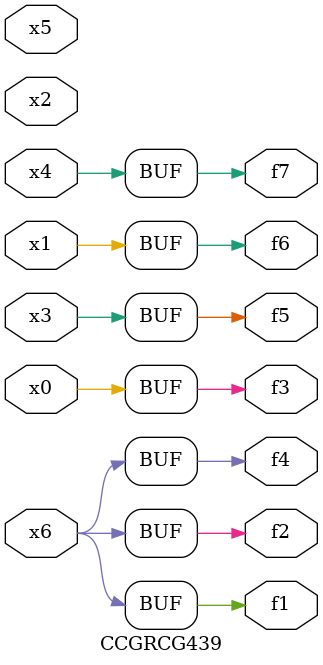
<source format=v>
module CCGRCG439(
	input x0, x1, x2, x3, x4, x5, x6,
	output f1, f2, f3, f4, f5, f6, f7
);
	assign f1 = x6;
	assign f2 = x6;
	assign f3 = x0;
	assign f4 = x6;
	assign f5 = x3;
	assign f6 = x1;
	assign f7 = x4;
endmodule

</source>
